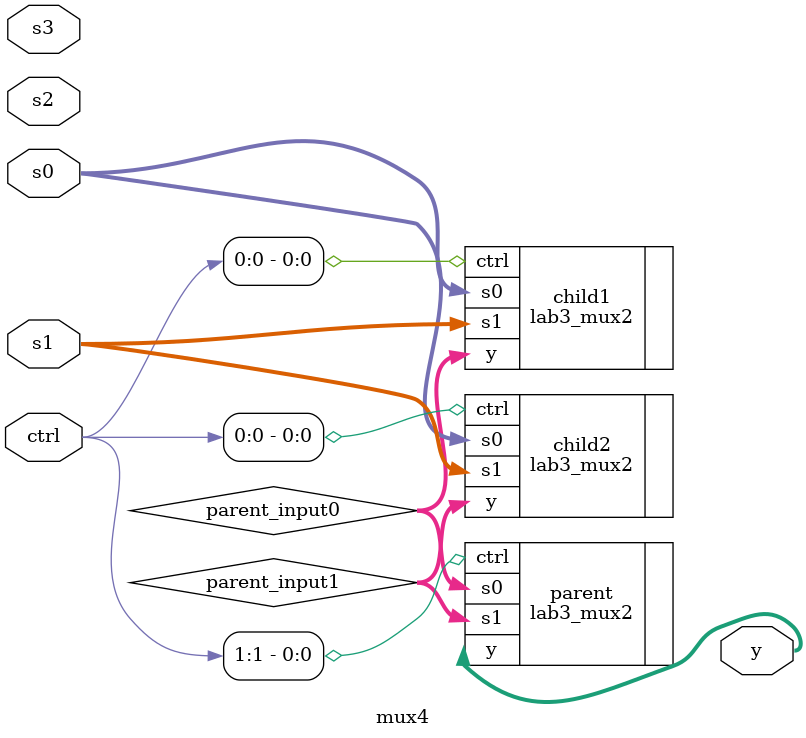
<source format=sv>
module mux4(
    input logic     [15:0] s0,
    input logic     [15:0] s1,
    input logic     [15:0] s2,
    input logic     [15:0] s3,
    input logic     [1:0]  ctrl,

    output logic    [15:0] y
);

logic [15:0] parent_input0;
logic [15:0] parent_input1;

lab3_mux2 parent(
    .s0(parent_input0),
    .s1(parent_input1),
    .ctrl(ctrl[1]),
    .y(y)
);

lab3_mux2 child1(
    .s0(s0),
    .s1(s1),
    .ctrl(ctrl[0]),
    .y(parent_input0)
);

lab3_mux2 child2(
    .s0(s0),
    .s1(s1),
    .ctrl(ctrl[0]),
    .y(parent_input1)
);

endmodule
</source>
